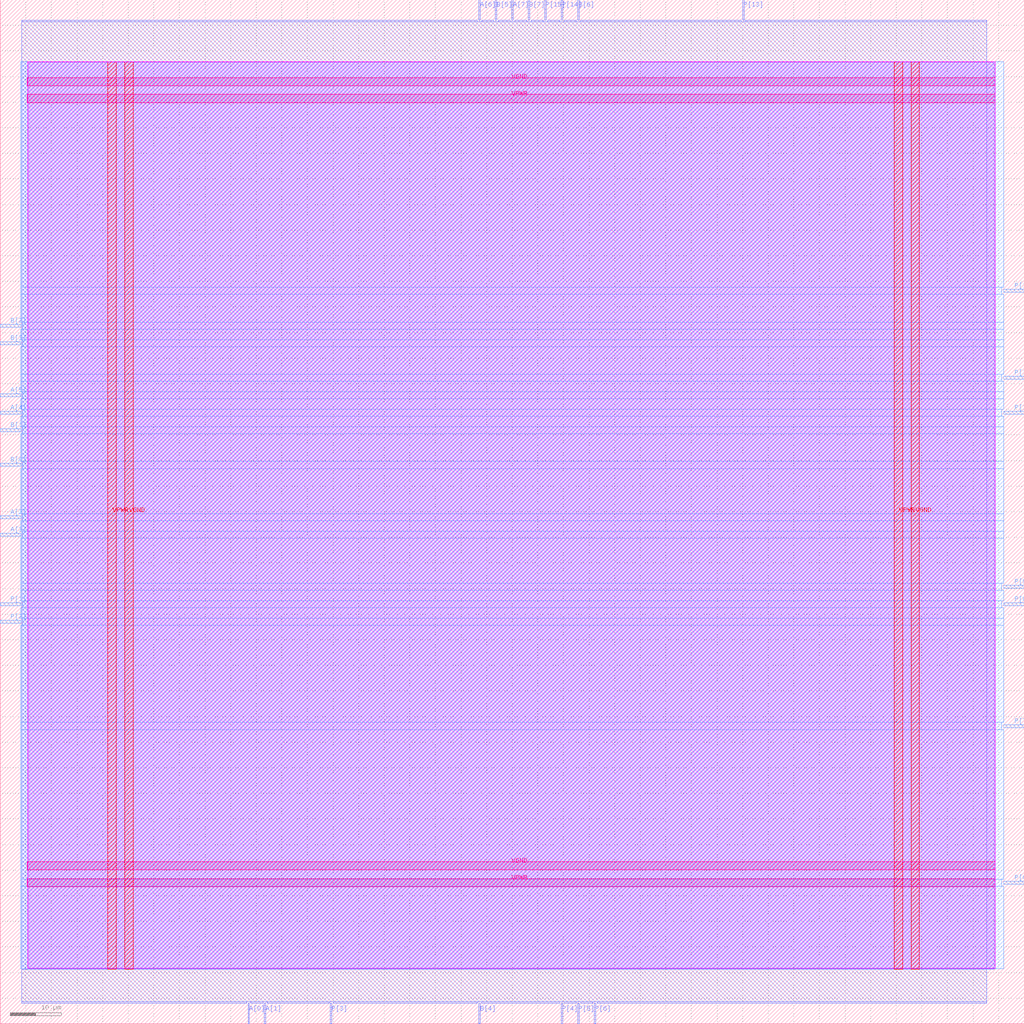
<source format=lef>
VERSION 5.7 ;
  NOWIREEXTENSIONATPIN ON ;
  DIVIDERCHAR "/" ;
  BUSBITCHARS "[]" ;
MACRO mult8_2bits_2op_e2497
  CLASS BLOCK ;
  FOREIGN mult8_2bits_2op_e2497 ;
  ORIGIN 0.000 0.000 ;
  SIZE 200.000 BY 200.000 ;
  PIN A[0]
    DIRECTION INPUT ;
    USE SIGNAL ;
    ANTENNAGATEAREA 0.247500 ;
    PORT
      LAYER met2 ;
        RECT 48.390 0.000 48.670 4.000 ;
    END
  END A[0]
  PIN A[1]
    DIRECTION INPUT ;
    USE SIGNAL ;
    ANTENNAGATEAREA 0.196500 ;
    PORT
      LAYER met2 ;
        RECT 51.610 0.000 51.890 4.000 ;
    END
  END A[1]
  PIN A[2]
    DIRECTION INPUT ;
    USE SIGNAL ;
    ANTENNAGATEAREA 0.213000 ;
    PORT
      LAYER met3 ;
        RECT 0.000 98.640 4.000 99.240 ;
    END
  END A[2]
  PIN A[3]
    DIRECTION INPUT ;
    USE SIGNAL ;
    ANTENNAGATEAREA 0.213000 ;
    PORT
      LAYER met3 ;
        RECT 0.000 95.240 4.000 95.840 ;
    END
  END A[3]
  PIN A[4]
    DIRECTION INPUT ;
    USE SIGNAL ;
    ANTENNAGATEAREA 0.196500 ;
    PORT
      LAYER met3 ;
        RECT 0.000 119.040 4.000 119.640 ;
    END
  END A[4]
  PIN A[5]
    DIRECTION INPUT ;
    USE SIGNAL ;
    ANTENNAGATEAREA 0.126000 ;
    PORT
      LAYER met3 ;
        RECT 0.000 122.440 4.000 123.040 ;
    END
  END A[5]
  PIN A[6]
    DIRECTION INPUT ;
    USE SIGNAL ;
    ANTENNAGATEAREA 0.196500 ;
    PORT
      LAYER met2 ;
        RECT 93.470 196.000 93.750 200.000 ;
    END
  END A[6]
  PIN A[7]
    DIRECTION INPUT ;
    USE SIGNAL ;
    ANTENNAGATEAREA 0.196500 ;
    PORT
      LAYER met2 ;
        RECT 99.910 196.000 100.190 200.000 ;
    END
  END A[7]
  PIN B[0]
    DIRECTION INPUT ;
    USE SIGNAL ;
    ANTENNAGATEAREA 0.196500 ;
    PORT
      LAYER met3 ;
        RECT 0.000 108.840 4.000 109.440 ;
    END
  END B[0]
  PIN B[1]
    DIRECTION INPUT ;
    USE SIGNAL ;
    ANTENNAGATEAREA 0.196500 ;
    PORT
      LAYER met3 ;
        RECT 0.000 115.640 4.000 116.240 ;
    END
  END B[1]
  PIN B[2]
    DIRECTION INPUT ;
    USE SIGNAL ;
    ANTENNAGATEAREA 0.247500 ;
    PORT
      LAYER met3 ;
        RECT 0.000 136.040 4.000 136.640 ;
    END
  END B[2]
  PIN B[3]
    DIRECTION INPUT ;
    USE SIGNAL ;
    ANTENNAGATEAREA 0.742500 ;
    PORT
      LAYER met3 ;
        RECT 0.000 132.640 4.000 133.240 ;
    END
  END B[3]
  PIN B[4]
    DIRECTION INPUT ;
    USE SIGNAL ;
    ANTENNAGATEAREA 0.126000 ;
    PORT
      LAYER met2 ;
        RECT 93.470 0.000 93.750 4.000 ;
    END
  END B[4]
  PIN B[5]
    DIRECTION INPUT ;
    USE SIGNAL ;
    ANTENNAGATEAREA 0.196500 ;
    PORT
      LAYER met2 ;
        RECT 96.690 196.000 96.970 200.000 ;
    END
  END B[5]
  PIN B[6]
    DIRECTION INPUT ;
    USE SIGNAL ;
    ANTENNAGATEAREA 0.495000 ;
    PORT
      LAYER met2 ;
        RECT 112.790 196.000 113.070 200.000 ;
    END
  END B[6]
  PIN B[7]
    DIRECTION INPUT ;
    USE SIGNAL ;
    ANTENNAGATEAREA 0.495000 ;
    PORT
      LAYER met2 ;
        RECT 103.130 196.000 103.410 200.000 ;
    END
  END B[7]
  PIN P[0]
    DIRECTION OUTPUT ;
    USE SIGNAL ;
    PORT
      LAYER met3 ;
        RECT 196.000 27.240 200.000 27.840 ;
    END
  END P[0]
  PIN P[10]
    DIRECTION OUTPUT ;
    USE SIGNAL ;
    ANTENNADIFFAREA 1.336500 ;
    PORT
      LAYER met3 ;
        RECT 196.000 119.040 200.000 119.640 ;
    END
  END P[10]
  PIN P[11]
    DIRECTION OUTPUT ;
    USE SIGNAL ;
    ANTENNADIFFAREA 1.336500 ;
    PORT
      LAYER met3 ;
        RECT 196.000 125.840 200.000 126.440 ;
    END
  END P[11]
  PIN P[12]
    DIRECTION OUTPUT ;
    USE SIGNAL ;
    ANTENNADIFFAREA 1.336500 ;
    PORT
      LAYER met3 ;
        RECT 196.000 142.840 200.000 143.440 ;
    END
  END P[12]
  PIN P[13]
    DIRECTION OUTPUT ;
    USE SIGNAL ;
    ANTENNADIFFAREA 1.336500 ;
    PORT
      LAYER met2 ;
        RECT 144.990 196.000 145.270 200.000 ;
    END
  END P[13]
  PIN P[14]
    DIRECTION OUTPUT ;
    USE SIGNAL ;
    ANTENNADIFFAREA 1.336500 ;
    PORT
      LAYER met2 ;
        RECT 109.570 196.000 109.850 200.000 ;
    END
  END P[14]
  PIN P[15]
    DIRECTION OUTPUT ;
    USE SIGNAL ;
    ANTENNADIFFAREA 0.891000 ;
    PORT
      LAYER met2 ;
        RECT 106.350 196.000 106.630 200.000 ;
    END
  END P[15]
  PIN P[1]
    DIRECTION OUTPUT ;
    USE SIGNAL ;
    ANTENNADIFFAREA 0.445500 ;
    PORT
      LAYER met3 ;
        RECT 0.000 81.640 4.000 82.240 ;
    END
  END P[1]
  PIN P[2]
    DIRECTION OUTPUT ;
    USE SIGNAL ;
    ANTENNADIFFAREA 0.445500 ;
    PORT
      LAYER met3 ;
        RECT 0.000 78.240 4.000 78.840 ;
    END
  END P[2]
  PIN P[3]
    DIRECTION OUTPUT ;
    USE SIGNAL ;
    ANTENNADIFFAREA 0.445500 ;
    PORT
      LAYER met2 ;
        RECT 64.490 0.000 64.770 4.000 ;
    END
  END P[3]
  PIN P[4]
    DIRECTION OUTPUT ;
    USE SIGNAL ;
    ANTENNADIFFAREA 0.445500 ;
    PORT
      LAYER met2 ;
        RECT 109.570 0.000 109.850 4.000 ;
    END
  END P[4]
  PIN P[5]
    DIRECTION OUTPUT ;
    USE SIGNAL ;
    ANTENNADIFFAREA 0.445500 ;
    PORT
      LAYER met2 ;
        RECT 112.790 0.000 113.070 4.000 ;
    END
  END P[5]
  PIN P[6]
    DIRECTION OUTPUT ;
    USE SIGNAL ;
    ANTENNADIFFAREA 0.445500 ;
    PORT
      LAYER met2 ;
        RECT 116.010 0.000 116.290 4.000 ;
    END
  END P[6]
  PIN P[7]
    DIRECTION OUTPUT ;
    USE SIGNAL ;
    ANTENNADIFFAREA 1.336500 ;
    PORT
      LAYER met3 ;
        RECT 196.000 57.840 200.000 58.440 ;
    END
  END P[7]
  PIN P[8]
    DIRECTION OUTPUT ;
    USE SIGNAL ;
    ANTENNADIFFAREA 1.336500 ;
    PORT
      LAYER met3 ;
        RECT 196.000 81.640 200.000 82.240 ;
    END
  END P[8]
  PIN P[9]
    DIRECTION OUTPUT ;
    USE SIGNAL ;
    ANTENNADIFFAREA 1.336500 ;
    PORT
      LAYER met3 ;
        RECT 196.000 85.040 200.000 85.640 ;
    END
  END P[9]
  PIN VGND
    DIRECTION INOUT ;
    USE GROUND ;
    PORT
      LAYER met4 ;
        RECT 24.340 10.640 25.940 187.920 ;
    END
    PORT
      LAYER met4 ;
        RECT 177.940 10.640 179.540 187.920 ;
    END
    PORT
      LAYER met5 ;
        RECT 5.280 30.030 194.360 31.630 ;
    END
    PORT
      LAYER met5 ;
        RECT 5.280 183.210 194.360 184.810 ;
    END
  END VGND
  PIN VPWR
    DIRECTION INOUT ;
    USE POWER ;
    PORT
      LAYER met4 ;
        RECT 21.040 10.640 22.640 187.920 ;
    END
    PORT
      LAYER met4 ;
        RECT 174.640 10.640 176.240 187.920 ;
    END
    PORT
      LAYER met5 ;
        RECT 5.280 26.730 194.360 28.330 ;
    END
    PORT
      LAYER met5 ;
        RECT 5.280 179.910 194.360 181.510 ;
    END
  END VPWR
  OBS
      LAYER nwell ;
        RECT 5.330 10.795 194.310 187.870 ;
      LAYER li1 ;
        RECT 5.520 10.795 194.120 187.765 ;
      LAYER met1 ;
        RECT 4.210 10.640 194.120 187.920 ;
      LAYER met2 ;
        RECT 4.230 195.720 93.190 196.000 ;
        RECT 94.030 195.720 96.410 196.000 ;
        RECT 97.250 195.720 99.630 196.000 ;
        RECT 100.470 195.720 102.850 196.000 ;
        RECT 103.690 195.720 106.070 196.000 ;
        RECT 106.910 195.720 109.290 196.000 ;
        RECT 110.130 195.720 112.510 196.000 ;
        RECT 113.350 195.720 144.710 196.000 ;
        RECT 145.550 195.720 192.650 196.000 ;
        RECT 4.230 4.280 192.650 195.720 ;
        RECT 4.230 4.000 48.110 4.280 ;
        RECT 48.950 4.000 51.330 4.280 ;
        RECT 52.170 4.000 64.210 4.280 ;
        RECT 65.050 4.000 93.190 4.280 ;
        RECT 94.030 4.000 109.290 4.280 ;
        RECT 110.130 4.000 112.510 4.280 ;
        RECT 113.350 4.000 115.730 4.280 ;
        RECT 116.570 4.000 192.650 4.280 ;
      LAYER met3 ;
        RECT 3.990 143.840 196.000 187.845 ;
        RECT 3.990 142.440 195.600 143.840 ;
        RECT 3.990 137.040 196.000 142.440 ;
        RECT 4.400 135.640 196.000 137.040 ;
        RECT 3.990 133.640 196.000 135.640 ;
        RECT 4.400 132.240 196.000 133.640 ;
        RECT 3.990 126.840 196.000 132.240 ;
        RECT 3.990 125.440 195.600 126.840 ;
        RECT 3.990 123.440 196.000 125.440 ;
        RECT 4.400 122.040 196.000 123.440 ;
        RECT 3.990 120.040 196.000 122.040 ;
        RECT 4.400 118.640 195.600 120.040 ;
        RECT 3.990 116.640 196.000 118.640 ;
        RECT 4.400 115.240 196.000 116.640 ;
        RECT 3.990 109.840 196.000 115.240 ;
        RECT 4.400 108.440 196.000 109.840 ;
        RECT 3.990 99.640 196.000 108.440 ;
        RECT 4.400 98.240 196.000 99.640 ;
        RECT 3.990 96.240 196.000 98.240 ;
        RECT 4.400 94.840 196.000 96.240 ;
        RECT 3.990 86.040 196.000 94.840 ;
        RECT 3.990 84.640 195.600 86.040 ;
        RECT 3.990 82.640 196.000 84.640 ;
        RECT 4.400 81.240 195.600 82.640 ;
        RECT 3.990 79.240 196.000 81.240 ;
        RECT 4.400 77.840 196.000 79.240 ;
        RECT 3.990 58.840 196.000 77.840 ;
        RECT 3.990 57.440 195.600 58.840 ;
        RECT 3.990 28.240 196.000 57.440 ;
        RECT 3.990 26.840 195.600 28.240 ;
        RECT 3.990 10.715 196.000 26.840 ;
  END
END mult8_2bits_2op_e2497
END LIBRARY


</source>
